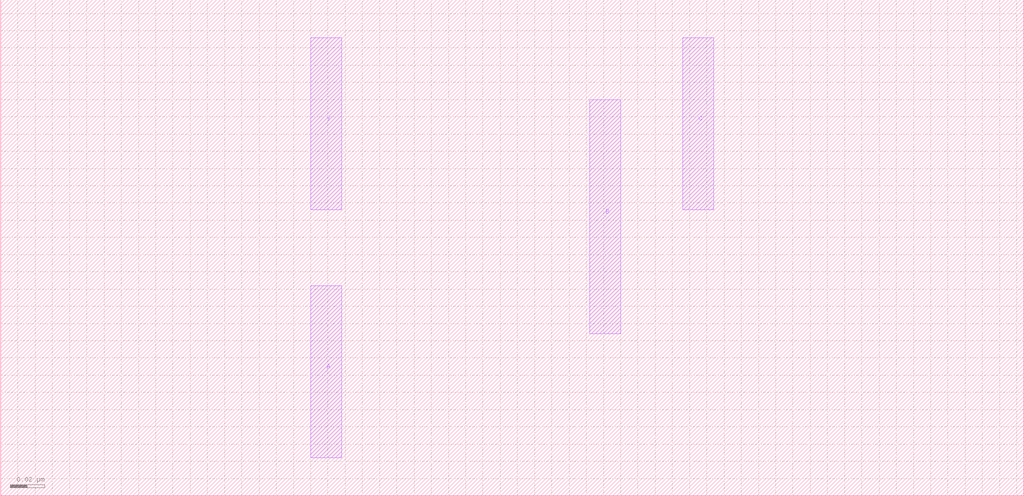
<source format=lef>
VERSION 5.6 ;
BUSBITCHARS "[]" ;
DIVIDERCHAR "/" ;

MACRO AND2x2
  CLASS CORE ;
  ORIGIN 0 0 ;
  FOREIGN AND2x2 0 0 ;
  SIZE 0.324 BY 0.144 ;
  SYMMETRY X Y ;
  SITE coreSite ;
  PIN A
    DIRECTION INPUT ;
    USE SIGNAL ;
    PORT
      LAYER M1 ;
        RECT 0.18 0.022 0.198 0.122 ;
    END
  END A
  PIN B
    DIRECTION INPUT ;
    USE SIGNAL ;
    PORT
      LAYER M1 ;
        RECT 0.234 0.022 0.252 0.122 ;
    END
  END B
  PIN Y
    DIRECTION OUTPUT ;
    USE SIGNAL ;
    PORT
      LAYER M1 ;
        RECT 0.126 0.022 0.144 0.122 ;
    END
  END Y
END AND2x2

MACRO AND3x1
  CLASS CORE ;
  ORIGIN 0 0 ;
  FOREIGN AND3x1 0 0 ;
  SIZE 0.324 BY 0.144 ;
  SYMMETRY X Y ;
  SITE coreSite ;
  PIN A
    DIRECTION INPUT ;
    USE SIGNAL ;
    PORT
      LAYER M1 ;
        RECT 0.234 0.022 0.252 0.122 ;
    END
  END A
  PIN B
    DIRECTION INPUT ;
    USE SIGNAL ;
    PORT
      LAYER M1 ;
        RECT 0.18 0.022 0.198 0.122 ;
    END
  END B
  PIN C
    DIRECTION INPUT ;
    USE SIGNAL ;
    PORT
      LAYER M1 ;
        RECT 0.126 0.022 0.144 0.122 ;
    END
  END C
  PIN Y
    DIRECTION OUTPUT ;
    USE SIGNAL ;
    PORT
      LAYER M1 ;
        RECT 0.072 0.022 0.09 0.122 ;
    END
  END Y
END AND3x1

MACRO AND3x2
  CLASS CORE ;
  ORIGIN 0 0 ;
  FOREIGN AND3x2 0 0 ;
  SIZE 0.378 BY 0.144 ;
  SYMMETRY X Y ;
  SITE coreSite ;
  PIN A
    DIRECTION INPUT ;
    USE SIGNAL ;
    PORT
      LAYER M1 ;
        RECT 0.288 0.022 0.306 0.122 ;
    END
  END A
  PIN B
    DIRECTION INPUT ;
    USE SIGNAL ;
    PORT
      LAYER M1 ;
        RECT 0.234 0.022 0.252 0.122 ;
    END
  END B
  PIN C
    DIRECTION INPUT ;
    USE SIGNAL ;
    PORT
      LAYER M1 ;
        RECT 0.18 0.022 0.198 0.122 ;
    END
  END C
  PIN Y
    DIRECTION OUTPUT ;
    USE SIGNAL ;
    PORT
      LAYER M1 ;
        RECT 0.126 0.022 0.144 0.122 ;
    END
  END Y
END AND3x2

MACRO AOI21x1
  CLASS CORE ;
  ORIGIN 0 0 ;
  FOREIGN AOI21x1 0 0 ;
  SIZE 0.486 BY 0.144 ;
  SYMMETRY X Y ;
  SITE coreSite ;
  PIN A1
    DIRECTION INPUT ;
    USE SIGNAL ;
    PORT
      LAYER M1 ;
        RECT 0.018 0.022 0.036 0.122 ;
    END
  END A1
  PIN A2
    DIRECTION INPUT ;
    USE SIGNAL ;
    PORT
      LAYER M1 ;
        RECT 0.396 0.022 0.414 0.122 ;
    END
  END A2
  PIN B
    DIRECTION INPUT ;
    USE SIGNAL ;
    PORT
      LAYER M1 ;
        RECT 0.288 0.022 0.306 0.122 ;
    END
  END B
  PIN Y
    DIRECTION OUTPUT ;
    USE SIGNAL ;
    PORT
      LAYER M2 ;
        RECT 0.067 0.063 0.203 0.081 ;
      LAYER M1 ;
        RECT 0.18 0.022 0.198 0.122 ;
        RECT 0.072 0.022 0.09 0.086 ;
      LAYER V1 ;
        RECT 0.072 0.063 0.09 0.081 ;
        RECT 0.18 0.063 0.198 0.081 ;
    END
  END Y
  OBS
    LAYER M1 ;
      RECT 0.342 0.022 0.36 0.086 ;
      RECT 0.126 0.022 0.144 0.086 ;
    LAYER M2 ;
      RECT 0.121 0.027 0.365 0.045 ;
    LAYER V1 ;
      RECT 0.342 0.027 0.36 0.045 ;
      RECT 0.126 0.027 0.144 0.045 ;
  END
END AOI21x1

MACRO AOI22x1
  CLASS CORE ;
  ORIGIN 0 0 ;
  FOREIGN AOI22x1 0 0 ;
  SIZE 0.324 BY 0.288 ;
  SYMMETRY X Y ;
  SITE coreSite ;
  PIN A1
    DIRECTION INPUT ;
    USE SIGNAL ;
    PORT
      LAYER M1 ;
        RECT 0.234 0.022 0.252 0.122 ;
    END
  END A1
  PIN A2
    DIRECTION INPUT ;
    USE SIGNAL ;
    PORT
      LAYER M1 ;
        RECT 0.18 0.022 0.198 0.122 ;
    END
  END A2
  PIN B1
    DIRECTION INPUT ;
    USE SIGNAL ;
    PORT
      LAYER M1 ;
        RECT 0.072 0.022 0.09 0.122 ;
    END
  END B1
  PIN B2
    DIRECTION INPUT ;
    USE SIGNAL ;
    PORT
      LAYER M1 ;
        RECT 0.126 0.166 0.144 0.266 ;
    END
  END B2
  PIN Y
    DIRECTION OUTPUT ;
    USE SIGNAL ;
    PORT
      LAYER M1 ;
        RECT 0.18 0.166 0.198 0.266 ;
    END
  END Y
END AOI22x1

MACRO BUFx2
  CLASS CORE ;
  ORIGIN 0 0 ;
  FOREIGN BUFx2 0 0 ;
  SIZE 0.27 BY 0.144 ;
  SYMMETRY X Y ;
  SITE coreSite ;
  PIN A
    DIRECTION INPUT ;
    USE SIGNAL ;
    PORT
      LAYER M1 ;
        RECT 0.18 0.022 0.198 0.122 ;
    END
  END A
  PIN Y
    DIRECTION OUTPUT ;
    USE SIGNAL ;
    PORT
      LAYER M1 ;
        RECT 0.126 0.022 0.144 0.122 ;
    END
  END Y
END BUFx2

MACRO BUFx3
  CLASS CORE ;
  ORIGIN 0 0 ;
  FOREIGN BUFx3 0 0 ;
  SIZE 0.324 BY 0.144 ;
  SYMMETRY X Y ;
  SITE coreSite ;
  PIN A
    DIRECTION INPUT ;
    USE SIGNAL ;
    PORT
      LAYER M1 ;
        RECT 0.234 0.022 0.252 0.122 ;
    END
  END A
  PIN Y
    DIRECTION OUTPUT ;
    USE SIGNAL ;
    PORT
      LAYER M1 ;
        RECT 0.18 0.022 0.198 0.122 ;
    END
  END Y
END BUFx3

MACRO BUFx4
  CLASS CORE ;
  ORIGIN 0 0 ;
  FOREIGN BUFx4 0 0 ;
  SIZE 0.378 BY 0.144 ;
  SYMMETRY X Y ;
  SITE coreSite ;
  PIN A
    DIRECTION INPUT ;
    USE SIGNAL ;
    PORT
      LAYER M1 ;
        RECT 0.288 0.022 0.306 0.122 ;
    END
  END A
  PIN Y
    DIRECTION OUTPUT ;
    USE SIGNAL ;
    PORT
      LAYER M1 ;
        RECT 0.234 0.022 0.252 0.122 ;
    END
  END Y
END BUFx4

MACRO BUFx8
  CLASS CORE ;
  ORIGIN 0 0 ;
  FOREIGN BUFx8 0 0 ;
  SIZE 0.648 BY 0.144 ;
  SYMMETRY X Y ;
  SITE coreSite ;
  PIN A
    DIRECTION INPUT ;
    USE SIGNAL ;
    PORT
      LAYER M1 ;
        RECT 0.072 0.022 0.09 0.122 ;
    END
  END A
  PIN Y
    DIRECTION OUTPUT ;
    USE SIGNAL ;
    PORT
      LAYER M1 ;
        RECT 0.558 0.022 0.576 0.122 ;
    END
  END Y
END BUFx8

MACRO DFFHQNx1
  CLASS CORE ;
  ORIGIN 0 0 ;
  FOREIGN DFFHQNx1 0 0 ;
  SIZE 0.432 BY 0.288 ;
  SYMMETRY X Y ;
  SITE coreSite ;
  PIN CLK
    DIRECTION OUTPUT ;
    USE CLOCK ;
    PORT
      LAYER M1 ;
        RECT 0.072 0.022 0.09 0.122 ;
    END
  END CLK
  PIN D
    DIRECTION INPUT ;
    USE SIGNAL ;
    PORT
      LAYER M1 ;
        RECT 0.072 0.166 0.09 0.266 ;
    END
  END D
  PIN QN
    DIRECTION OUTPUT ;
    USE SIGNAL ;
    PORT
      LAYER M1 ;
        RECT 0.342 0.094 0.36 0.23 ;
    END
  END QN
  OBS
    LAYER M1 ;
      RECT 0.288 0.094 0.306 0.23 ;
      RECT 0.234 0.058 0.252 0.23 ;
      RECT 0.18 0.094 0.198 0.266 ;
      RECT 0.126 0.022 0.144 0.194 ;
      RECT 0.018 0.058 0.036 0.194 ;
  END
END DFFHQNx1

MACRO DFFHQNx2
  CLASS CORE ;
  ORIGIN 0 0 ;
  FOREIGN DFFHQNx2 0 0 ;
  SIZE 0.486 BY 0.288 ;
  SYMMETRY X Y ;
  SITE coreSite ;
  PIN CLK
    DIRECTION OUTPUT ;
    USE CLOCK ;
    PORT
      LAYER M1 ;
        RECT 0.396 0.166 0.414 0.266 ;
    END
  END CLK
  PIN D
    DIRECTION INPUT ;
    USE SIGNAL ;
    PORT
      LAYER M1 ;
        RECT 0.126 0.094 0.144 0.23 ;
    END
  END D
  PIN QN
    DIRECTION OUTPUT ;
    USE SIGNAL ;
    PORT
      LAYER M1 ;
        RECT 0.342 0.022 0.36 0.122 ;
    END
  END QN
  OBS
    LAYER M1 ;
      RECT 0.288 0.058 0.306 0.23 ;
      RECT 0.234 0.094 0.252 0.23 ;
      RECT 0.18 0.094 0.198 0.266 ;
  END
END DFFHQNx2

MACRO DFFHQNx3
  CLASS CORE ;
  ORIGIN 0 0 ;
  FOREIGN DFFHQNx3 0 0 ;
  SIZE 0.54 BY 0.288 ;
  SYMMETRY X Y ;
  SITE coreSite ;
  PIN CLK
    DIRECTION OUTPUT ;
    USE CLOCK ;
    PORT
      LAYER M1 ;
        RECT 0.072 0.166 0.09 0.266 ;
    END
  END CLK
  PIN D
    DIRECTION INPUT ;
    USE SIGNAL ;
    PORT
      LAYER M1 ;
        RECT 0.072 0.022 0.09 0.122 ;
    END
  END D
  PIN QN
    DIRECTION OUTPUT ;
    USE SIGNAL ;
    PORT
      LAYER M1 ;
        RECT 0.342 0.022 0.36 0.122 ;
    END
  END QN
  OBS
    LAYER M1 ;
      RECT 0.288 0.094 0.306 0.266 ;
      RECT 0.234 0.058 0.252 0.194 ;
      RECT 0.18 0.022 0.198 0.194 ;
      RECT 0.126 0.058 0.144 0.266 ;
      RECT 0.018 0.094 0.036 0.194 ;
  END
END DFFHQNx3

MACRO DHLx1
  CLASS CORE ;
  ORIGIN 0 0 ;
  FOREIGN DHLx1 0 0 ;
  SIZE 0.378 BY 0.288 ;
  SYMMETRY X Y ;
  SITE coreSite ;
  PIN CLK
    DIRECTION OUTPUT ;
    USE CLOCK ;
    PORT
      LAYER M1 ;
        RECT 0.288 0.166 0.306 0.266 ;
    END
  END CLK
  PIN D
    DIRECTION INPUT ;
    USE SIGNAL ;
    PORT
      LAYER M1 ;
        RECT 0.288 0.022 0.306 0.122 ;
    END
  END D
  PIN Q
    DIRECTION OUTPUT ;
    USE SIGNAL ;
    PORT
      LAYER M1 ;
        RECT 0.18 0.166 0.198 0.266 ;
    END
  END Q
  OBS
    LAYER M1 ;
      RECT 0.234 0.058 0.252 0.194 ;
      RECT 0.126 0.094 0.144 0.23 ;
      RECT 0.072 0.022 0.09 0.194 ;
      RECT 0.018 0.094 0.036 0.194 ;
  END
END DHLx1

MACRO DHLx2
  CLASS CORE ;
  ORIGIN 0 0 ;
  FOREIGN DHLx2 0 0 ;
  SIZE 0.378 BY 0.288 ;
  SYMMETRY X Y ;
  SITE coreSite ;
  PIN CLK
    DIRECTION OUTPUT ;
    USE CLOCK ;
    PORT
      LAYER M1 ;
        RECT 0.072 0.022 0.09 0.122 ;
    END
  END CLK
  PIN D
    DIRECTION INPUT ;
    USE SIGNAL ;
    PORT
      LAYER M1 ;
        RECT 0.072 0.166 0.09 0.266 ;
    END
  END D
  PIN Q
    DIRECTION OUTPUT ;
    USE SIGNAL ;
    PORT
      LAYER M1 ;
        RECT 0.288 0.058 0.306 0.194 ;
    END
  END Q
  OBS
    LAYER M1 ;
      RECT 0.234 0.094 0.252 0.194 ;
      RECT 0.18 0.058 0.198 0.23 ;
      RECT 0.126 0.094 0.144 0.266 ;
      RECT 0.018 0.094 0.036 0.194 ;
  END
END DHLx2

MACRO DHLx3
  CLASS CORE ;
  ORIGIN 0 0 ;
  FOREIGN DHLx3 0 0 ;
  SIZE 0.432 BY 0.288 ;
  SYMMETRY X Y ;
  SITE coreSite ;
  PIN CLK
    DIRECTION OUTPUT ;
    USE CLOCK ;
    PORT
      LAYER M1 ;
        RECT 0.072 0.166 0.09 0.266 ;
    END
  END CLK
  PIN D
    DIRECTION INPUT ;
    USE SIGNAL ;
    PORT
      LAYER M1 ;
        RECT 0.288 0.094 0.306 0.23 ;
    END
  END D
  PIN Q
    DIRECTION OUTPUT ;
    USE SIGNAL ;
    PORT
      LAYER M1 ;
        RECT 0.072 0.022 0.09 0.122 ;
    END
  END Q
  OBS
    LAYER M1 ;
      RECT 0.18 0.094 0.198 0.23 ;
      RECT 0.126 0.058 0.144 0.194 ;
  END
END DHLx3

MACRO FAx1
  CLASS CORE ;
  ORIGIN 0 0 ;
  FOREIGN FAx1 0 0 ;
  SIZE 0.486 BY 0.288 ;
  SYMMETRY X Y ;
  SITE coreSite ;
  PIN A
    DIRECTION INPUT ;
    USE SIGNAL ;
    PORT
      LAYER M1 ;
        RECT 0.288 0.058 0.306 0.194 ;
    END
  END A
  PIN B
    DIRECTION INPUT ;
    USE SIGNAL ;
    PORT
      LAYER M1 ;
        RECT 0.18 0.094 0.198 0.266 ;
    END
  END B
  PIN CI
    DIRECTION INPUT ;
    USE SIGNAL ;
    PORT
      LAYER M1 ;
        RECT 0.396 0.094 0.414 0.23 ;
    END
  END CI
  PIN CON
    DIRECTION OUTPUT ;
    USE SIGNAL ;
    PORT
      LAYER M1 ;
        RECT 0.126 0.022 0.144 0.194 ;
    END
  END CON
  PIN SN
    DIRECTION OUTPUT ;
    USE SIGNAL ;
    PORT
      LAYER M1 ;
        RECT 0.072 0.166 0.09 0.266 ;
    END
  END SN
  OBS
    LAYER M1 ;
      RECT 0.288 0.202 0.306 0.266 ;
      RECT 0.234 0.094 0.252 0.266 ;
      RECT 0.126 0.202 0.144 0.266 ;
    LAYER M2 ;
      RECT 0.121 0.243 0.311 0.261 ;
    LAYER V1 ;
      RECT 0.288 0.243 0.306 0.261 ;
      RECT 0.126 0.243 0.144 0.261 ;
  END
END FAx1

MACRO INVx1
  CLASS CORE ;
  ORIGIN 0 0 ;
  FOREIGN INVx1 0 0 ;
  SIZE 0.162 BY 0.144 ;
  SYMMETRY X Y ;
  SITE coreSite ;
  PIN A
    DIRECTION INPUT ;
    USE SIGNAL ;
    PORT
      LAYER M1 ;
        RECT 0.072 0.022 0.09 0.122 ;
    END
  END A
  PIN Y
    DIRECTION OUTPUT ;
    USE SIGNAL ;
    PORT
      LAYER M1 ;
        RECT 0.018 0.022 0.036 0.122 ;
    END
  END Y
END INVx1

MACRO INVx2
  CLASS CORE ;
  ORIGIN 0 0 ;
  FOREIGN INVx2 0 0 ;
  SIZE 0.216 BY 0.144 ;
  SYMMETRY X Y ;
  SITE coreSite ;
  PIN A
    DIRECTION INPUT ;
    USE SIGNAL ;
    PORT
      LAYER M1 ;
        RECT 0.126 0.022 0.144 0.122 ;
    END
  END A
  PIN Y
    DIRECTION OUTPUT ;
    USE SIGNAL ;
    PORT
      LAYER M1 ;
        RECT 0.072 0.022 0.09 0.122 ;
    END
  END Y
END INVx2

MACRO INVx4
  CLASS CORE ;
  ORIGIN 0 0 ;
  FOREIGN INVx4 0 0 ;
  SIZE 0.324 BY 0.144 ;
  SYMMETRY X Y ;
  SITE coreSite ;
  PIN A
    DIRECTION INPUT ;
    USE SIGNAL ;
    PORT
      LAYER M1 ;
        RECT 0.072 0.022 0.09 0.122 ;
    END
  END A
  PIN Y
    DIRECTION OUTPUT ;
    USE SIGNAL ;
    PORT
      LAYER M1 ;
        RECT 0.234 0.022 0.252 0.122 ;
    END
  END Y
END INVx4

MACRO INVx8
  CLASS CORE ;
  ORIGIN 0 0 ;
  FOREIGN INVx8 0 0 ;
  SIZE 0.54 BY 0.144 ;
  SYMMETRY X Y ;
  SITE coreSite ;
  PIN A
    DIRECTION INPUT ;
    USE SIGNAL ;
    PORT
      LAYER M1 ;
        RECT 0.45 0.022 0.468 0.122 ;
    END
  END A
  PIN Y
    DIRECTION OUTPUT ;
    USE SIGNAL ;
    PORT
      LAYER M1 ;
        RECT 0.018 0.022 0.036 0.122 ;
    END
  END Y
END INVx8

MACRO NAND2x1
  CLASS CORE ;
  ORIGIN 0 0 ;
  FOREIGN NAND2x1 0 0 ;
  SIZE 0.324 BY 0.144 ;
  SYMMETRY X Y ;
  SITE coreSite ;
  PIN A
    DIRECTION INPUT ;
    USE SIGNAL ;
    PORT
      LAYER M1 ;
        RECT 0.234 0.022 0.252 0.122 ;
    END
  END A
  PIN B
    DIRECTION INPUT ;
    USE SIGNAL ;
    PORT
      LAYER M1 ;
        RECT 0.126 0.022 0.144 0.122 ;
    END
  END B
  PIN Y
    DIRECTION OUTPUT ;
    USE SIGNAL ;
    PORT
      LAYER M1 ;
        RECT 0.072 0.022 0.09 0.122 ;
    END
  END Y
  OBS
    LAYER M1 ;
      RECT 0.18 0.058 0.198 0.122 ;
      RECT 0.018 0.022 0.036 0.086 ;
  END
END NAND2x1

MACRO NAND2x2
  CLASS CORE ;
  ORIGIN 0 0 ;
  FOREIGN NAND2x2 0 0 ;
  SIZE 0.54 BY 0.144 ;
  SYMMETRY X Y ;
  SITE coreSite ;
  PIN A
    DIRECTION INPUT ;
    USE SIGNAL ;
    PORT
      LAYER M1 ;
        RECT 0.45 0.058 0.468 0.122 ;
    END
  END A
  PIN B
    DIRECTION INPUT ;
    USE SIGNAL ;
    PORT
      LAYER M1 ;
        RECT 0.018 0.058 0.036 0.122 ;
    END
  END B
  PIN Y
    DIRECTION OUTPUT ;
    USE SIGNAL ;
    PORT
      LAYER M1 ;
        RECT 0.396 0.022 0.414 0.122 ;
    END
  END Y
  OBS
    LAYER M1 ;
      RECT 0.504 0.022 0.522 0.122 ;
      RECT 0.072 0.022 0.09 0.122 ;
  END
END NAND2x2

MACRO NAND3x1
  CLASS CORE ;
  ORIGIN 0 0 ;
  FOREIGN NAND3x1 0 0 ;
  SIZE 0.594 BY 0.144 ;
  SYMMETRY X Y ;
  SITE coreSite ;
  PIN A
    DIRECTION INPUT ;
    USE SIGNAL ;
    PORT
      LAYER M1 ;
        RECT 0.18 0.022 0.198 0.122 ;
    END
  END A
  PIN B
    DIRECTION INPUT ;
    USE SIGNAL ;
    PORT
      LAYER M1 ;
        RECT 0.018 0.022 0.036 0.122 ;
    END
  END B
  PIN C
    DIRECTION INPUT ;
    USE SIGNAL ;
    PORT
      LAYER M1 ;
        RECT 0.504 0.058 0.522 0.122 ;
    END
  END C
  PIN Y
    DIRECTION OUTPUT ;
    USE SIGNAL ;
    PORT
      LAYER M2 ;
        RECT 0.283 0.027 0.419 0.045 ;
      LAYER M1 ;
        RECT 0.396 0.022 0.414 0.122 ;
        RECT 0.288 0.022 0.306 0.086 ;
      LAYER V1 ;
        RECT 0.288 0.027 0.306 0.045 ;
        RECT 0.396 0.027 0.414 0.045 ;
    END
  END Y
  OBS
    LAYER M1 ;
      RECT 0.558 0.022 0.576 0.122 ;
      RECT 0.342 0.022 0.36 0.086 ;
      RECT 0.234 0.022 0.252 0.086 ;
    LAYER M2 ;
      RECT 0.229 0.063 0.365 0.081 ;
    LAYER V1 ;
      RECT 0.342 0.063 0.36 0.081 ;
      RECT 0.234 0.063 0.252 0.081 ;
  END
END NAND3x1

MACRO NAND3x2
  CLASS CORE ;
  ORIGIN 0 0 ;
  FOREIGN NAND3x2 0 0 ;
  SIZE 0.594 BY 0.288 ;
  SYMMETRY X Y ;
  SITE coreSite ;
  PIN A
    DIRECTION INPUT ;
    USE SIGNAL ;
    PORT
      LAYER M1 ;
        RECT 0.18 0.022 0.198 0.122 ;
    END
  END A
  PIN B
    DIRECTION INPUT ;
    USE SIGNAL ;
    PORT
      LAYER M1 ;
        RECT 0.342 0.094 0.36 0.23 ;
    END
  END B
  PIN C
    DIRECTION INPUT ;
    USE SIGNAL ;
    PORT
      LAYER M1 ;
        RECT 0.396 0.166 0.414 0.266 ;
    END
  END C
  PIN Y
    DIRECTION OUTPUT ;
    USE SIGNAL ;
    PORT
      LAYER M1 ;
        RECT 0.18 0.166 0.198 0.266 ;
    END
  END Y
END NAND3x2

MACRO NOR2x1
  CLASS CORE ;
  ORIGIN 0 0 ;
  FOREIGN NOR2x1 0 0 ;
  SIZE 0.216 BY 0.288 ;
  SYMMETRY X Y ;
  SITE coreSite ;
  PIN A
    DIRECTION INPUT ;
    USE SIGNAL ;
    PORT
      LAYER M1 ;
        RECT 0.072 0.022 0.09 0.122 ;
    END
  END A
  PIN B
    DIRECTION INPUT ;
    USE SIGNAL ;
    PORT
      LAYER M1 ;
        RECT 0.126 0.166 0.144 0.266 ;
    END
  END B
  PIN Y
    DIRECTION OUTPUT ;
    USE SIGNAL ;
    PORT
      LAYER M1 ;
        RECT 0.072 0.166 0.09 0.266 ;
    END
  END Y
END NOR2x1

MACRO NOR2x2
  CLASS CORE ;
  ORIGIN 0 0 ;
  FOREIGN NOR2x2 0 0 ;
  SIZE 0.324 BY 0.288 ;
  SYMMETRY X Y ;
  SITE coreSite ;
  PIN A
    DIRECTION INPUT ;
    USE SIGNAL ;
    PORT
      LAYER M1 ;
        RECT 0.072 0.022 0.09 0.122 ;
    END
  END A
  PIN B
    DIRECTION INPUT ;
    USE SIGNAL ;
    PORT
      LAYER M1 ;
        RECT 0.18 0.166 0.198 0.266 ;
    END
  END B
  PIN Y
    DIRECTION OUTPUT ;
    USE SIGNAL ;
    PORT
      LAYER M1 ;
        RECT 0.18 0.022 0.198 0.122 ;
    END
  END Y
END NOR2x2

MACRO NOR3x1
  CLASS CORE ;
  ORIGIN 0 0 ;
  FOREIGN NOR3x1 0 0 ;
  SIZE 0.378 BY 0.288 ;
  SYMMETRY X Y ;
  SITE coreSite ;
  PIN A
    DIRECTION INPUT ;
    USE SIGNAL ;
    PORT
      LAYER M1 ;
        RECT 0.18 0.094 0.198 0.23 ;
    END
  END A
  PIN B
    DIRECTION INPUT ;
    USE SIGNAL ;
    PORT
      LAYER M1 ;
        RECT 0.288 0.022 0.306 0.122 ;
    END
  END B
  PIN C
    DIRECTION INPUT ;
    USE SIGNAL ;
    PORT
      LAYER M1 ;
        RECT 0.072 0.022 0.09 0.122 ;
    END
  END C
  PIN Y
    DIRECTION OUTPUT ;
    USE SIGNAL ;
    PORT
      LAYER M1 ;
        RECT 0.072 0.166 0.09 0.266 ;
    END
  END Y
END NOR3x1

MACRO NOR3x2
  CLASS CORE ;
  ORIGIN 0 0 ;
  FOREIGN NOR3x2 0 0 ;
  SIZE 0.594 BY 0.288 ;
  SYMMETRY X Y ;
  SITE coreSite ;
  PIN A
    DIRECTION INPUT ;
    USE SIGNAL ;
    PORT
      LAYER M1 ;
        RECT 0.504 0.022 0.522 0.122 ;
    END
  END A
  PIN B
    DIRECTION INPUT ;
    USE SIGNAL ;
    PORT
      LAYER M1 ;
        RECT 0.342 0.022 0.36 0.122 ;
    END
  END B
  PIN C
    DIRECTION INPUT ;
    USE SIGNAL ;
    PORT
      LAYER M1 ;
        RECT 0.072 0.022 0.09 0.122 ;
    END
  END C
  PIN Y
    DIRECTION OUTPUT ;
    USE SIGNAL ;
    PORT
      LAYER M1 ;
        RECT 0.396 0.166 0.414 0.266 ;
    END
  END Y
END NOR3x2

MACRO OAI21x1
  CLASS CORE ;
  ORIGIN 0 0 ;
  FOREIGN OAI21x1 0 0 ;
  SIZE 0.27 BY 0.288 ;
  SYMMETRY X Y ;
  SITE coreSite ;
  PIN A1
    DIRECTION INPUT ;
    USE SIGNAL ;
    PORT
      LAYER M1 ;
        RECT 0.18 0.022 0.198 0.122 ;
    END
  END A1
  PIN A2
    DIRECTION INPUT ;
    USE SIGNAL ;
    PORT
      LAYER M1 ;
        RECT 0.126 0.058 0.144 0.194 ;
    END
  END A2
  PIN B
    DIRECTION INPUT ;
    USE SIGNAL ;
    PORT
      LAYER M1 ;
        RECT 0.018 0.094 0.036 0.23 ;
    END
  END B
  PIN Y
    DIRECTION OUTPUT ;
    USE SIGNAL ;
    PORT
      LAYER M1 ;
        RECT 0.072 0.094 0.09 0.266 ;
    END
  END Y
END OAI21x1

MACRO OAI22x1
  CLASS CORE ;
  ORIGIN 0 0 ;
  FOREIGN OAI22x1 0 0 ;
  SIZE 0.324 BY 0.288 ;
  SYMMETRY X Y ;
  SITE coreSite ;
  PIN A1
    DIRECTION INPUT ;
    USE SIGNAL ;
    PORT
      LAYER M1 ;
        RECT 0.072 0.166 0.09 0.266 ;
    END
  END A1
  PIN A2
    DIRECTION INPUT ;
    USE SIGNAL ;
    PORT
      LAYER M1 ;
        RECT 0.072 0.022 0.09 0.122 ;
    END
  END A2
  PIN B1
    DIRECTION INPUT ;
    USE SIGNAL ;
    PORT
      LAYER M1 ;
        RECT 0.234 0.166 0.252 0.266 ;
    END
  END B1
  PIN B2
    DIRECTION INPUT ;
    USE SIGNAL ;
    PORT
      LAYER M1 ;
        RECT 0.126 0.022 0.144 0.122 ;
    END
  END B2
  PIN Y
    DIRECTION OUTPUT ;
    USE SIGNAL ;
    PORT
      LAYER M1 ;
        RECT 0.18 0.094 0.198 0.266 ;
    END
  END Y
END OAI22x1

MACRO OR2x2
  CLASS CORE ;
  ORIGIN 0 0 ;
  FOREIGN OR2x2 0 0 ;
  SIZE 0.216 BY 0.288 ;
  SYMMETRY X Y ;
  SITE coreSite ;
  PIN A
    DIRECTION INPUT ;
    USE SIGNAL ;
    PORT
      LAYER M1 ;
        RECT 0.126 0.166 0.144 0.266 ;
    END
  END A
  PIN B
    DIRECTION INPUT ;
    USE SIGNAL ;
    PORT
      LAYER M1 ;
        RECT 0.018 0.094 0.036 0.23 ;
    END
  END B
  PIN Y
    DIRECTION OUTPUT ;
    USE SIGNAL ;
    PORT
      LAYER M1 ;
        RECT 0.126 0.022 0.144 0.122 ;
    END
  END Y
  OBS
    LAYER M1 ;
      RECT 0.072 0.094 0.09 0.194 ;
  END
END OR2x2

MACRO OR3x1
  CLASS CORE ;
  ORIGIN 0 0 ;
  FOREIGN OR3x1 0 0 ;
  SIZE 0.216 BY 0.288 ;
  SYMMETRY X Y ;
  SITE coreSite ;
  PIN A
    DIRECTION INPUT ;
    USE SIGNAL ;
    PORT
      LAYER M1 ;
        RECT 0.126 0.022 0.144 0.122 ;
    END
  END A
  PIN B
    DIRECTION INPUT ;
    USE SIGNAL ;
    PORT
      LAYER M1 ;
        RECT 0.072 0.022 0.09 0.122 ;
    END
  END B
  PIN C
    DIRECTION INPUT ;
    USE SIGNAL ;
    PORT
      LAYER M1 ;
        RECT 0.072 0.166 0.09 0.266 ;
    END
  END C
  PIN Y
    DIRECTION OUTPUT ;
    USE SIGNAL ;
    PORT
      LAYER M1 ;
        RECT 0.126 0.166 0.144 0.266 ;
    END
  END Y
  OBS
    LAYER M1 ;
      RECT 0.18 0.094 0.198 0.266 ;
  END
END OR3x1

MACRO OR3x2
  CLASS CORE ;
  ORIGIN 0 0 ;
  FOREIGN OR3x2 0 0 ;
  SIZE 0.27 BY 0.288 ;
  SYMMETRY X Y ;
  SITE coreSite ;
  PIN A
    DIRECTION INPUT ;
    USE SIGNAL ;
    PORT
      LAYER M1 ;
        RECT 0.18 0.166 0.198 0.266 ;
    END
  END A
  PIN B
    DIRECTION INPUT ;
    USE SIGNAL ;
    PORT
      LAYER M1 ;
        RECT 0.18 0.022 0.198 0.122 ;
    END
  END B
  PIN C
    DIRECTION INPUT ;
    USE SIGNAL ;
    PORT
      LAYER M1 ;
        RECT 0.126 0.094 0.144 0.23 ;
    END
  END C
  PIN Y
    DIRECTION OUTPUT ;
    USE SIGNAL ;
    PORT
      LAYER M1 ;
        RECT 0.018 0.058 0.036 0.194 ;
    END
  END Y
END OR3x2

MACRO XNOR2x1
  CLASS CORE ;
  ORIGIN 0 0 ;
  FOREIGN XNOR2x1 0 0 ;
  SIZE 0.324 BY 0.288 ;
  SYMMETRY X Y ;
  SITE coreSite ;
  PIN A
    DIRECTION INPUT ;
    USE SIGNAL ;
    PORT
      LAYER M1 ;
        RECT 0.18 0.094 0.198 0.23 ;
    END
  END A
  PIN B
    DIRECTION INPUT ;
    USE SIGNAL ;
    PORT
      LAYER M1 ;
        RECT 0.126 0.058 0.144 0.23 ;
    END
  END B
  PIN Y
    DIRECTION OUTPUT ;
    USE SIGNAL ;
    PORT
      LAYER M1 ;
        RECT 0.018 0.166 0.036 0.266 ;
    END
  END Y
  OBS
    LAYER M1 ;
      RECT 0.234 0.094 0.252 0.23 ;
      RECT 0.072 0.022 0.09 0.266 ;
  END
END XNOR2x1

MACRO XOR2x1
  CLASS CORE ;
  ORIGIN 0 0 ;
  FOREIGN XOR2x1 0 0 ;
  SIZE 0.324 BY 0.288 ;
  SYMMETRY X Y ;
  SITE coreSite ;
  PIN A
    DIRECTION INPUT ;
    USE SIGNAL ;
    PORT
      LAYER M1 ;
        RECT 0.18 0.022 0.198 0.122 ;
    END
  END A
  PIN B
    DIRECTION INPUT ;
    USE SIGNAL ;
    PORT
      LAYER M1 ;
        RECT 0.126 0.058 0.144 0.194 ;
    END
  END B
  PIN Y
    DIRECTION OUTPUT ;
    USE SIGNAL ;
    PORT
      LAYER M1 ;
        RECT 0.018 0.166 0.036 0.266 ;
    END
  END Y
  OBS
    LAYER M1 ;
      RECT 0.234 0.094 0.252 0.194 ;
      RECT 0.072 0.094 0.09 0.23 ;
  END
END XOR2x1

END LIBRARY

</source>
